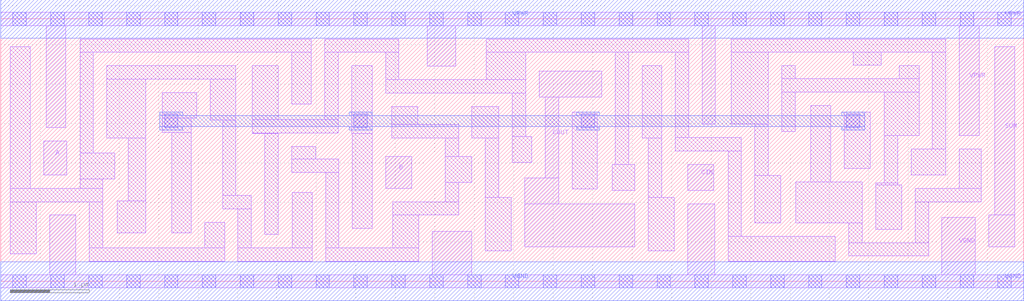
<source format=lef>
# Copyright 2020 The SkyWater PDK Authors
#
# Licensed under the Apache License, Version 2.0 (the "License");
# you may not use this file except in compliance with the License.
# You may obtain a copy of the License at
#
#     https://www.apache.org/licenses/LICENSE-2.0
#
# Unless required by applicable law or agreed to in writing, software
# distributed under the License is distributed on an "AS IS" BASIS,
# WITHOUT WARRANTIES OR CONDITIONS OF ANY KIND, either express or implied.
# See the License for the specific language governing permissions and
# limitations under the License.
#
# SPDX-License-Identifier: Apache-2.0

VERSION 5.7 ;
  NAMESCASESENSITIVE ON ;
  NOWIREEXTENSIONATPIN ON ;
  DIVIDERCHAR "/" ;
  BUSBITCHARS "[]" ;
UNITS
  DATABASE MICRONS 200 ;
END UNITS
MACRO sky130_fd_sc_ms__fahcin_1
  CLASS CORE ;
  SOURCE USER ;
  FOREIGN sky130_fd_sc_ms__fahcin_1 ;
  ORIGIN  0.000000  0.000000 ;
  SIZE  12.96000 BY  3.330000 ;
  SYMMETRY X Y ;
  SITE unit ;
  PIN A
    ANTENNAGATEAREA  0.312600 ;
    DIRECTION INPUT ;
    USE SIGNAL ;
    PORT
      LAYER li1 ;
        RECT 0.545000 1.350000 0.835000 1.780000 ;
    END
  END A
  PIN B
    ANTENNAGATEAREA  0.807000 ;
    DIRECTION INPUT ;
    USE SIGNAL ;
    PORT
      LAYER li1 ;
        RECT 4.875000 1.180000 5.205000 1.585000 ;
    END
  END B
  PIN CIN
    ANTENNAGATEAREA  0.588600 ;
    DIRECTION INPUT ;
    USE SIGNAL ;
    PORT
      LAYER li1 ;
        RECT 8.705000 1.155000 9.035000 1.485000 ;
    END
  END CIN
  PIN COUT
    ANTENNADIFFAREA  1.934600 ;
    DIRECTION OUTPUT ;
    USE SIGNAL ;
    PORT
      LAYER li1 ;
        RECT 6.640000 0.440000 8.035000 0.985000 ;
        RECT 6.640000 0.985000 7.070000 1.310000 ;
        RECT 6.820000 2.335000 7.615000 2.665000 ;
        RECT 6.900000 1.310000 7.070000 2.335000 ;
    END
  END COUT
  PIN SUM
    ANTENNADIFFAREA  0.524500 ;
    DIRECTION OUTPUT ;
    USE SIGNAL ;
    PORT
      LAYER li1 ;
        RECT 12.515000 0.440000 12.845000 0.840000 ;
        RECT 12.595000 0.840000 12.845000 2.980000 ;
    END
  END SUM
  PIN VGND
    DIRECTION INOUT ;
    USE GROUND ;
    PORT
      LAYER li1 ;
        RECT  0.000000 -0.085000 12.960000 0.085000 ;
        RECT  0.620000  0.085000  0.950000 0.840000 ;
        RECT  5.465000  0.085000  5.970000 0.635000 ;
        RECT  8.705000  0.085000  9.045000 0.985000 ;
        RECT 11.925000  0.085000 12.345000 0.810000 ;
      LAYER mcon ;
        RECT  0.155000 -0.085000  0.325000 0.085000 ;
        RECT  0.635000 -0.085000  0.805000 0.085000 ;
        RECT  1.115000 -0.085000  1.285000 0.085000 ;
        RECT  1.595000 -0.085000  1.765000 0.085000 ;
        RECT  2.075000 -0.085000  2.245000 0.085000 ;
        RECT  2.555000 -0.085000  2.725000 0.085000 ;
        RECT  3.035000 -0.085000  3.205000 0.085000 ;
        RECT  3.515000 -0.085000  3.685000 0.085000 ;
        RECT  3.995000 -0.085000  4.165000 0.085000 ;
        RECT  4.475000 -0.085000  4.645000 0.085000 ;
        RECT  4.955000 -0.085000  5.125000 0.085000 ;
        RECT  5.435000 -0.085000  5.605000 0.085000 ;
        RECT  5.915000 -0.085000  6.085000 0.085000 ;
        RECT  6.395000 -0.085000  6.565000 0.085000 ;
        RECT  6.875000 -0.085000  7.045000 0.085000 ;
        RECT  7.355000 -0.085000  7.525000 0.085000 ;
        RECT  7.835000 -0.085000  8.005000 0.085000 ;
        RECT  8.315000 -0.085000  8.485000 0.085000 ;
        RECT  8.795000 -0.085000  8.965000 0.085000 ;
        RECT  9.275000 -0.085000  9.445000 0.085000 ;
        RECT  9.755000 -0.085000  9.925000 0.085000 ;
        RECT 10.235000 -0.085000 10.405000 0.085000 ;
        RECT 10.715000 -0.085000 10.885000 0.085000 ;
        RECT 11.195000 -0.085000 11.365000 0.085000 ;
        RECT 11.675000 -0.085000 11.845000 0.085000 ;
        RECT 12.155000 -0.085000 12.325000 0.085000 ;
        RECT 12.635000 -0.085000 12.805000 0.085000 ;
      LAYER met1 ;
        RECT 0.000000 -0.245000 12.960000 0.245000 ;
    END
  END VGND
  PIN VPWR
    DIRECTION INOUT ;
    USE POWER ;
    PORT
      LAYER li1 ;
        RECT  0.000000 3.245000 12.960000 3.415000 ;
        RECT  0.575000 1.950000  0.825000 3.245000 ;
        RECT  5.405000 2.730000  5.765000 3.245000 ;
        RECT  8.885000 1.995000  9.055000 3.245000 ;
        RECT 12.145000 1.850000 12.395000 3.245000 ;
      LAYER mcon ;
        RECT  0.155000 3.245000  0.325000 3.415000 ;
        RECT  0.635000 3.245000  0.805000 3.415000 ;
        RECT  1.115000 3.245000  1.285000 3.415000 ;
        RECT  1.595000 3.245000  1.765000 3.415000 ;
        RECT  2.075000 3.245000  2.245000 3.415000 ;
        RECT  2.555000 3.245000  2.725000 3.415000 ;
        RECT  3.035000 3.245000  3.205000 3.415000 ;
        RECT  3.515000 3.245000  3.685000 3.415000 ;
        RECT  3.995000 3.245000  4.165000 3.415000 ;
        RECT  4.475000 3.245000  4.645000 3.415000 ;
        RECT  4.955000 3.245000  5.125000 3.415000 ;
        RECT  5.435000 3.245000  5.605000 3.415000 ;
        RECT  5.915000 3.245000  6.085000 3.415000 ;
        RECT  6.395000 3.245000  6.565000 3.415000 ;
        RECT  6.875000 3.245000  7.045000 3.415000 ;
        RECT  7.355000 3.245000  7.525000 3.415000 ;
        RECT  7.835000 3.245000  8.005000 3.415000 ;
        RECT  8.315000 3.245000  8.485000 3.415000 ;
        RECT  8.795000 3.245000  8.965000 3.415000 ;
        RECT  9.275000 3.245000  9.445000 3.415000 ;
        RECT  9.755000 3.245000  9.925000 3.415000 ;
        RECT 10.235000 3.245000 10.405000 3.415000 ;
        RECT 10.715000 3.245000 10.885000 3.415000 ;
        RECT 11.195000 3.245000 11.365000 3.415000 ;
        RECT 11.675000 3.245000 11.845000 3.415000 ;
        RECT 12.155000 3.245000 12.325000 3.415000 ;
        RECT 12.635000 3.245000 12.805000 3.415000 ;
      LAYER met1 ;
        RECT 0.000000 3.085000 12.960000 3.575000 ;
    END
  END VPWR
  OBS
    LAYER li1 ;
      RECT  0.120000 0.350000  0.450000 1.010000 ;
      RECT  0.120000 1.010000  1.290000 1.180000 ;
      RECT  0.120000 1.180000  0.375000 2.980000 ;
      RECT  1.005000 1.180000  1.290000 1.300000 ;
      RECT  1.005000 1.300000  1.445000 1.630000 ;
      RECT  1.005000 1.630000  1.175000 2.905000 ;
      RECT  1.005000 2.905000  3.935000 3.075000 ;
      RECT  1.120000 0.255000  2.835000 0.425000 ;
      RECT  1.120000 0.425000  1.290000 1.010000 ;
      RECT  1.345000 1.820000  1.835000 2.565000 ;
      RECT  1.345000 2.565000  2.980000 2.735000 ;
      RECT  1.475000 0.615000  1.835000 1.020000 ;
      RECT  1.615000 1.020000  1.835000 1.820000 ;
      RECT  2.045000 1.890000  2.415000 2.070000 ;
      RECT  2.045000 2.070000  2.485000 2.395000 ;
      RECT  2.165000 0.615000  2.415000 1.890000 ;
      RECT  2.585000 0.425000  2.835000 0.750000 ;
      RECT  2.655000 2.045000  2.980000 2.565000 ;
      RECT  2.810000 0.920000  3.175000 1.090000 ;
      RECT  2.810000 1.090000  2.980000 2.045000 ;
      RECT  3.005000 0.255000  3.945000 0.425000 ;
      RECT  3.005000 0.425000  3.175000 0.920000 ;
      RECT  3.185000 1.875000  3.515000 1.880000 ;
      RECT  3.185000 1.880000  4.275000 2.050000 ;
      RECT  3.185000 2.050000  3.515000 2.735000 ;
      RECT  3.345000 0.595000  3.515000 1.875000 ;
      RECT  3.685000 1.380000  4.285000 1.550000 ;
      RECT  3.685000 1.550000  3.990000 1.710000 ;
      RECT  3.685000 2.250000  3.935000 2.905000 ;
      RECT  3.695000 0.425000  3.945000 1.125000 ;
      RECT  4.105000 2.050000  4.275000 2.905000 ;
      RECT  4.105000 2.905000  5.045000 3.075000 ;
      RECT  4.115000 0.255000  5.295000 0.425000 ;
      RECT  4.115000 0.425000  4.285000 1.380000 ;
      RECT  4.445000 1.875000  4.705000 2.735000 ;
      RECT  4.455000 0.670000  4.705000 1.875000 ;
      RECT  4.875000 2.390000  6.650000 2.560000 ;
      RECT  4.875000 2.560000  5.045000 2.905000 ;
      RECT  4.955000 1.820000  5.800000 1.990000 ;
      RECT  4.955000 1.990000  5.285000 2.220000 ;
      RECT  4.965000 0.425000  5.295000 0.840000 ;
      RECT  4.965000 0.840000  5.800000 1.010000 ;
      RECT  5.630000 1.010000  5.800000 1.255000 ;
      RECT  5.630000 1.255000  5.970000 1.585000 ;
      RECT  5.630000 1.585000  5.800000 1.820000 ;
      RECT  5.970000 1.820000  6.310000 2.220000 ;
      RECT  6.140000 0.385000  6.470000 1.065000 ;
      RECT  6.140000 1.065000  6.310000 1.820000 ;
      RECT  6.150000 2.560000  6.650000 2.905000 ;
      RECT  6.150000 2.905000  8.715000 3.075000 ;
      RECT  6.480000 1.510000  6.730000 1.840000 ;
      RECT  6.480000 1.840000  6.650000 2.390000 ;
      RECT  7.240000 1.170000  7.555000 2.150000 ;
      RECT  7.745000 1.155000  8.035000 1.485000 ;
      RECT  7.785000 1.485000  7.955000 2.905000 ;
      RECT  8.125000 1.820000  8.375000 2.735000 ;
      RECT  8.205000 0.385000  8.535000 1.065000 ;
      RECT  8.205000 1.065000  8.375000 1.820000 ;
      RECT  8.545000 1.655000  9.385000 1.825000 ;
      RECT  8.545000 1.825000  8.715000 2.905000 ;
      RECT  9.215000 0.255000 10.575000 0.570000 ;
      RECT  9.215000 0.570000  9.385000 1.655000 ;
      RECT  9.255000 1.995000  9.725000 2.905000 ;
      RECT  9.255000 2.905000 11.975000 3.075000 ;
      RECT  9.555000 0.740000  9.885000 1.340000 ;
      RECT  9.555000 1.340000  9.725000 1.995000 ;
      RECT  9.895000 1.900000 10.065000 2.400000 ;
      RECT  9.895000 2.400000 11.635000 2.570000 ;
      RECT  9.895000 2.570000 10.065000 2.735000 ;
      RECT 10.070000 0.740000 10.915000 1.260000 ;
      RECT 10.265000 1.260000 10.515000 2.230000 ;
      RECT 10.685000 1.430000 11.015000 2.150000 ;
      RECT 10.745000 0.320000 11.755000 0.490000 ;
      RECT 10.745000 0.490000 10.915000 0.740000 ;
      RECT 10.800000 2.740000 11.155000 2.905000 ;
      RECT 11.085000 0.660000 11.415000 1.220000 ;
      RECT 11.085000 1.220000 11.365000 1.250000 ;
      RECT 11.195000 1.250000 11.365000 1.850000 ;
      RECT 11.195000 1.850000 11.635000 2.400000 ;
      RECT 11.385000 2.570000 11.635000 2.735000 ;
      RECT 11.535000 1.350000 11.975000 1.680000 ;
      RECT 11.585000 0.490000 11.755000 1.010000 ;
      RECT 11.585000 1.010000 12.425000 1.180000 ;
      RECT 11.805000 1.680000 11.975000 2.905000 ;
      RECT 12.145000 1.180000 12.425000 1.680000 ;
    LAYER mcon ;
      RECT  2.075000 1.950000  2.245000 2.120000 ;
      RECT  4.475000 1.950000  4.645000 2.120000 ;
      RECT  7.355000 1.950000  7.525000 2.120000 ;
      RECT 10.715000 1.950000 10.885000 2.120000 ;
    LAYER met1 ;
      RECT  2.015000 1.920000  2.305000 1.965000 ;
      RECT  2.015000 1.965000 10.945000 2.105000 ;
      RECT  2.015000 2.105000  2.305000 2.150000 ;
      RECT  4.415000 1.920000  4.705000 1.965000 ;
      RECT  4.415000 2.105000  4.705000 2.150000 ;
      RECT  7.295000 1.920000  7.585000 1.965000 ;
      RECT  7.295000 2.105000  7.585000 2.150000 ;
      RECT 10.655000 1.920000 10.945000 1.965000 ;
      RECT 10.655000 2.105000 10.945000 2.150000 ;
  END
END sky130_fd_sc_ms__fahcin_1

</source>
